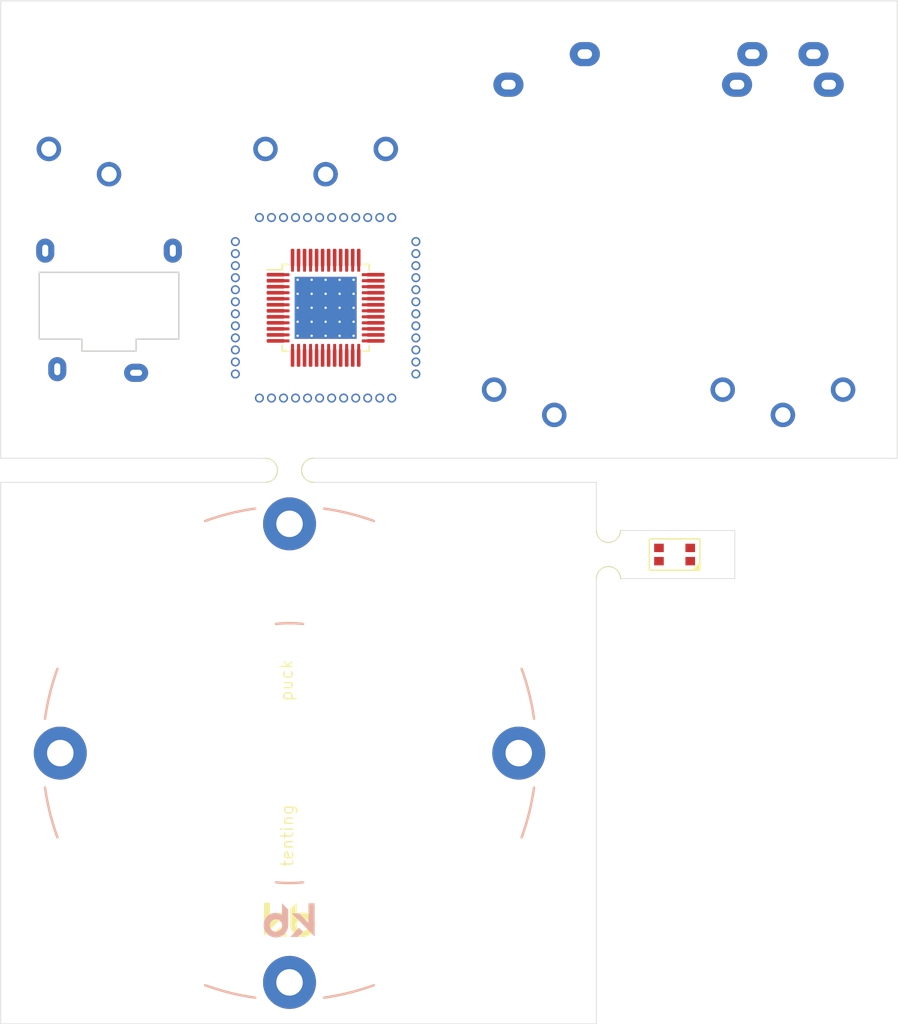
<source format=kicad_pcb>
(kicad_pcb (version 20171130) (host pcbnew 5.1.6)

  (general
    (thickness 1.6)
    (drawings 18)
    (tracks 0)
    (zones 0)
    (modules 12)
    (nets 1)
  )

  (page A4)
  (layers
    (0 F.Cu signal)
    (31 B.Cu signal)
    (32 B.Adhes user)
    (33 F.Adhes user)
    (34 B.Paste user)
    (35 F.Paste user)
    (36 B.SilkS user)
    (37 F.SilkS user)
    (38 B.Mask user)
    (39 F.Mask user)
    (40 Dwgs.User user)
    (41 Cmts.User user)
    (42 Eco1.User user)
    (43 Eco2.User user)
    (44 Edge.Cuts user)
    (45 Margin user)
    (46 B.CrtYd user)
    (47 F.CrtYd user)
    (48 B.Fab user)
    (49 F.Fab user)
  )

  (setup
    (last_trace_width 0.25)
    (trace_clearance 0.2)
    (zone_clearance 0.508)
    (zone_45_only no)
    (trace_min 0.2)
    (via_size 0.8)
    (via_drill 0.4)
    (via_min_size 0.4)
    (via_min_drill 0.3)
    (uvia_size 0.3)
    (uvia_drill 0.1)
    (uvias_allowed no)
    (uvia_min_size 0.2)
    (uvia_min_drill 0.1)
    (edge_width 0.05)
    (segment_width 0.2)
    (pcb_text_width 0.3)
    (pcb_text_size 1.5 1.5)
    (mod_edge_width 0.12)
    (mod_text_size 1 1)
    (mod_text_width 0.15)
    (pad_size 1.524 1.524)
    (pad_drill 0.762)
    (pad_to_mask_clearance 0.05)
    (aux_axis_origin 0 0)
    (visible_elements FFFFFF7F)
    (pcbplotparams
      (layerselection 0x010fc_ffffffff)
      (usegerberextensions false)
      (usegerberattributes true)
      (usegerberadvancedattributes true)
      (creategerberjobfile true)
      (excludeedgelayer true)
      (linewidth 0.100000)
      (plotframeref false)
      (viasonmask false)
      (mode 1)
      (useauxorigin false)
      (hpglpennumber 1)
      (hpglpenspeed 20)
      (hpglpendiameter 15.000000)
      (psnegative false)
      (psa4output false)
      (plotreference true)
      (plotvalue true)
      (plotinvisibletext false)
      (padsonsilk false)
      (subtractmaskfromsilk false)
      (outputformat 1)
      (mirror false)
      (drillshape 1)
      (scaleselection 1)
      (outputdirectory ""))
  )

  (net 0 "")

  (net_class Default "This is the default net class."
    (clearance 0.2)
    (trace_width 0.25)
    (via_dia 0.8)
    (via_drill 0.4)
    (uvia_dia 0.3)
    (uvia_drill 0.1)
  )

  (module breakout_pins:Dual_MCU_QFP_QFN_48_with_breakout_pins (layer F.Cu) (tedit 5F881FD3) (tstamp 5F887285)
    (at 39 38)
    (fp_text reference REF** (at 0 0.5) (layer F.SilkS) hide
      (effects (font (size 1 1) (thickness 0.15)))
    )
    (fp_text value Dual_MCU_QFP_QFN_48_with_breakout_pins (at 0 9) (layer F.Fab)
      (effects (font (size 1 1) (thickness 0.15)))
    )
    (fp_text user %R (at 0 0) (layer F.Fab)
      (effects (font (size 1 1) (thickness 0.15)))
    )
    (fp_line (start 3.5 3.5) (end -3.5 3.5) (layer F.Fab) (width 0.1))
    (fp_line (start -3.135 3.61) (end -3.61 3.61) (layer F.SilkS) (width 0.12))
    (fp_line (start -3.5 -2.5) (end -2.5 -3.5) (layer F.Fab) (width 0.1))
    (fp_line (start -3.61 3.61) (end -3.61 3.135) (layer F.SilkS) (width 0.12))
    (fp_line (start 3.135 -3.61) (end 3.61 -3.61) (layer F.SilkS) (width 0.12))
    (fp_line (start -3.135 -3.61) (end -3.61 -3.61) (layer F.SilkS) (width 0.12))
    (fp_line (start -2.5 -3.5) (end 3.5 -3.5) (layer F.Fab) (width 0.1))
    (fp_line (start 3.5 -3.5) (end 3.5 3.5) (layer F.Fab) (width 0.1))
    (fp_line (start 3.61 3.61) (end 3.61 3.135) (layer F.SilkS) (width 0.12))
    (fp_line (start 3.61 -3.61) (end 3.61 -3.135) (layer F.SilkS) (width 0.12))
    (fp_line (start 3.135 3.61) (end 3.61 3.61) (layer F.SilkS) (width 0.12))
    (fp_line (start -3.5 3.5) (end -3.5 -2.5) (layer F.Fab) (width 0.1))
    (fp_line (start 3.5 3.5) (end -3.5 3.5) (layer F.Fab) (width 0.1))
    (fp_line (start -3.75 3.15) (end -5.15 3.15) (layer F.CrtYd) (width 0.05))
    (fp_line (start -5.15 3.15) (end -5.15 0) (layer F.CrtYd) (width 0.05))
    (fp_line (start 3.5 -3.5) (end 3.5 3.5) (layer F.Fab) (width 0.1))
    (fp_line (start 0 5.15) (end 3.15 5.15) (layer F.CrtYd) (width 0.05))
    (fp_line (start 3.61 -3.61) (end 3.61 -3.16) (layer F.SilkS) (width 0.12))
    (fp_line (start -3.15 3.75) (end -3.75 3.75) (layer F.CrtYd) (width 0.05))
    (fp_line (start -3.75 -3.15) (end -5.15 -3.15) (layer F.CrtYd) (width 0.05))
    (fp_line (start -3.61 3.61) (end -3.61 3.16) (layer F.SilkS) (width 0.12))
    (fp_line (start -3.15 -3.75) (end -3.75 -3.75) (layer F.CrtYd) (width 0.05))
    (fp_line (start 5.15 -3.15) (end 5.15 0) (layer F.CrtYd) (width 0.05))
    (fp_line (start 3.15 3.75) (end 3.75 3.75) (layer F.CrtYd) (width 0.05))
    (fp_line (start 0 5.15) (end -3.15 5.15) (layer F.CrtYd) (width 0.05))
    (fp_line (start -3.75 -3.75) (end -3.75 -3.15) (layer F.CrtYd) (width 0.05))
    (fp_line (start 3.75 3.75) (end 3.75 3.15) (layer F.CrtYd) (width 0.05))
    (fp_line (start 3.61 3.61) (end 3.61 3.16) (layer F.SilkS) (width 0.12))
    (fp_line (start -3.5 -2.5) (end -2.5 -3.5) (layer F.Fab) (width 0.1))
    (fp_line (start 3.75 -3.15) (end 5.15 -3.15) (layer F.CrtYd) (width 0.05))
    (fp_line (start -3.15 5.15) (end -3.15 3.75) (layer F.CrtYd) (width 0.05))
    (fp_line (start -3.16 -3.61) (end -3.61 -3.61) (layer F.SilkS) (width 0.12))
    (fp_line (start 3.16 3.61) (end 3.61 3.61) (layer F.SilkS) (width 0.12))
    (fp_line (start 5.15 3.15) (end 5.15 0) (layer F.CrtYd) (width 0.05))
    (fp_line (start 3.15 -5.15) (end 3.15 -3.75) (layer F.CrtYd) (width 0.05))
    (fp_line (start -3.5 3.5) (end -3.5 -2.5) (layer F.Fab) (width 0.1))
    (fp_line (start -3.16 3.61) (end -3.61 3.61) (layer F.SilkS) (width 0.12))
    (fp_line (start 3.75 3.15) (end 5.15 3.15) (layer F.CrtYd) (width 0.05))
    (fp_line (start 3.15 5.15) (end 3.15 3.75) (layer F.CrtYd) (width 0.05))
    (fp_line (start 3.16 -3.61) (end 3.61 -3.61) (layer F.SilkS) (width 0.12))
    (fp_line (start -5.15 -3.15) (end -5.15 0) (layer F.CrtYd) (width 0.05))
    (fp_line (start -3.61 -3.16) (end -4.9 -3.16) (layer F.SilkS) (width 0.12))
    (fp_line (start 3.75 -3.75) (end 3.75 -3.15) (layer F.CrtYd) (width 0.05))
    (fp_line (start 0 -5.15) (end 3.15 -5.15) (layer F.CrtYd) (width 0.05))
    (fp_line (start -3.15 -5.15) (end -3.15 -3.75) (layer F.CrtYd) (width 0.05))
    (fp_line (start -3.75 3.75) (end -3.75 3.15) (layer F.CrtYd) (width 0.05))
    (fp_line (start -3.61 -3.61) (end -3.61 -3.16) (layer F.SilkS) (width 0.12))
    (fp_line (start -2.5 -3.5) (end 3.5 -3.5) (layer F.Fab) (width 0.1))
    (fp_line (start 0 -5.15) (end -3.15 -5.15) (layer F.CrtYd) (width 0.05))
    (fp_line (start 3.15 -3.75) (end 3.75 -3.75) (layer F.CrtYd) (width 0.05))
    (pad 1 thru_hole circle (at -7.5 -5.5 270) (size 0.75 0.75) (drill 0.5) (layers *.Cu *.Mask))
    (pad 2 thru_hole circle (at -7.5 -4.5 270) (size 0.75 0.75) (drill 0.5) (layers *.Cu *.Mask))
    (pad 3 thru_hole circle (at -7.5 -3.5 270) (size 0.75 0.75) (drill 0.5) (layers *.Cu *.Mask))
    (pad 4 thru_hole circle (at -7.5 -2.5 270) (size 0.75 0.75) (drill 0.5) (layers *.Cu *.Mask))
    (pad 5 thru_hole circle (at -7.5 -1.5 270) (size 0.75 0.75) (drill 0.5) (layers *.Cu *.Mask))
    (pad 6 thru_hole circle (at -7.5 -0.5 270) (size 0.75 0.75) (drill 0.5) (layers *.Cu *.Mask))
    (pad 7 thru_hole circle (at -7.5 0.5 270) (size 0.75 0.75) (drill 0.5) (layers *.Cu *.Mask))
    (pad 8 thru_hole circle (at -7.5 1.5 270) (size 0.75 0.75) (drill 0.5) (layers *.Cu *.Mask))
    (pad 9 thru_hole circle (at -7.5 2.5 270) (size 0.75 0.75) (drill 0.5) (layers *.Cu *.Mask))
    (pad 10 thru_hole circle (at -7.5 3.5 270) (size 0.75 0.75) (drill 0.5) (layers *.Cu *.Mask))
    (pad 11 thru_hole circle (at -7.5 4.5 270) (size 0.75 0.75) (drill 0.5) (layers *.Cu *.Mask))
    (pad 12 thru_hole circle (at -7.5 5.5 270) (size 0.75 0.75) (drill 0.5) (layers *.Cu *.Mask))
    (pad 13 thru_hole circle (at -5.5 7.5 270) (size 0.75 0.75) (drill 0.5) (layers *.Cu *.Mask))
    (pad 14 thru_hole circle (at -4.5 7.5 270) (size 0.75 0.75) (drill 0.5) (layers *.Cu *.Mask))
    (pad 15 thru_hole circle (at -3.5 7.5 270) (size 0.75 0.75) (drill 0.5) (layers *.Cu *.Mask))
    (pad 16 thru_hole circle (at -2.5 7.5 270) (size 0.75 0.75) (drill 0.5) (layers *.Cu *.Mask))
    (pad 17 thru_hole circle (at -1.5 7.5 270) (size 0.75 0.75) (drill 0.5) (layers *.Cu *.Mask))
    (pad 18 thru_hole circle (at -0.5 7.5 270) (size 0.75 0.75) (drill 0.5) (layers *.Cu *.Mask))
    (pad 19 thru_hole circle (at 0.5 7.5 270) (size 0.75 0.75) (drill 0.5) (layers *.Cu *.Mask))
    (pad 20 thru_hole circle (at 1.5 7.5 270) (size 0.75 0.75) (drill 0.5) (layers *.Cu *.Mask))
    (pad 21 thru_hole circle (at 2.5 7.5 270) (size 0.75 0.75) (drill 0.5) (layers *.Cu *.Mask))
    (pad 22 thru_hole circle (at 3.5 7.5 270) (size 0.75 0.75) (drill 0.5) (layers *.Cu *.Mask))
    (pad 23 thru_hole circle (at 4.5 7.5 270) (size 0.75 0.75) (drill 0.5) (layers *.Cu *.Mask))
    (pad 24 thru_hole circle (at 5.5 7.5 270) (size 0.75 0.75) (drill 0.5) (layers *.Cu *.Mask))
    (pad 25 thru_hole circle (at 7.5 5.5 270) (size 0.75 0.75) (drill 0.5) (layers *.Cu *.Mask))
    (pad 26 thru_hole circle (at 7.5 4.5 270) (size 0.75 0.75) (drill 0.5) (layers *.Cu *.Mask))
    (pad 27 thru_hole circle (at 7.5 3.5 270) (size 0.75 0.75) (drill 0.5) (layers *.Cu *.Mask))
    (pad 28 thru_hole circle (at 7.5 2.5 270) (size 0.75 0.75) (drill 0.5) (layers *.Cu *.Mask))
    (pad 29 thru_hole circle (at 7.5 1.5 270) (size 0.75 0.75) (drill 0.5) (layers *.Cu *.Mask))
    (pad 30 thru_hole circle (at 7.5 0.5 270) (size 0.75 0.75) (drill 0.5) (layers *.Cu *.Mask))
    (pad 31 thru_hole circle (at 7.5 -0.5 270) (size 0.75 0.75) (drill 0.5) (layers *.Cu *.Mask))
    (pad 32 thru_hole circle (at 7.5 -1.5 270) (size 0.75 0.75) (drill 0.5) (layers *.Cu *.Mask))
    (pad 33 thru_hole circle (at 7.5 -2.5 270) (size 0.75 0.75) (drill 0.5) (layers *.Cu *.Mask))
    (pad 34 thru_hole circle (at 7.5 -3.5 270) (size 0.75 0.75) (drill 0.5) (layers *.Cu *.Mask))
    (pad 35 thru_hole circle (at 7.5 -4.5 270) (size 0.75 0.75) (drill 0.5) (layers *.Cu *.Mask))
    (pad 36 thru_hole circle (at 7.5 -5.5 270) (size 0.75 0.75) (drill 0.5) (layers *.Cu *.Mask))
    (pad 37 thru_hole circle (at 5.5 -7.5 270) (size 0.75 0.75) (drill 0.5) (layers *.Cu *.Mask))
    (pad 38 thru_hole circle (at 4.5 -7.5 270) (size 0.75 0.75) (drill 0.5) (layers *.Cu *.Mask))
    (pad 39 thru_hole circle (at 3.5 -7.5 270) (size 0.75 0.75) (drill 0.5) (layers *.Cu *.Mask))
    (pad 40 thru_hole circle (at 2.5 -7.5 270) (size 0.75 0.75) (drill 0.5) (layers *.Cu *.Mask))
    (pad 41 thru_hole circle (at 1.5 -7.5 270) (size 0.75 0.75) (drill 0.5) (layers *.Cu *.Mask))
    (pad 42 thru_hole circle (at 0.5 -7.5 270) (size 0.75 0.75) (drill 0.5) (layers *.Cu *.Mask))
    (pad 43 thru_hole circle (at -0.5 -7.5 270) (size 0.75 0.75) (drill 0.5) (layers *.Cu *.Mask))
    (pad 44 thru_hole circle (at -1.5 -7.5 270) (size 0.75 0.75) (drill 0.5) (layers *.Cu *.Mask))
    (pad 45 thru_hole circle (at -2.5 -7.5 270) (size 0.75 0.75) (drill 0.5) (layers *.Cu *.Mask))
    (pad 46 thru_hole circle (at -3.5 -7.5 270) (size 0.75 0.75) (drill 0.5) (layers *.Cu *.Mask))
    (pad 47 thru_hole circle (at -4.5 -7.5 270) (size 0.75 0.75) (drill 0.5) (layers *.Cu *.Mask))
    (pad 48 thru_hole circle (at -5.5 -7.5 270) (size 0.75 0.75) (drill 0.5) (layers *.Cu *.Mask))
    (pad 44 smd roundrect (at -0.75 -4.1625) (size 0.3 1.475) (layers F.Cu F.Paste F.Mask) (roundrect_rratio 0.25))
    (pad 32 smd roundrect (at 4.1625 -0.75) (size 1.475 0.3) (layers F.Cu F.Paste F.Mask) (roundrect_rratio 0.25))
    (pad 42 smd roundrect (at 0.25 -4.1625) (size 0.3 1.475) (layers F.Cu F.Paste F.Mask) (roundrect_rratio 0.25))
    (pad 24 smd roundrect (at 2.75 4.1625) (size 0.3 1.475) (layers F.Cu F.Paste F.Mask) (roundrect_rratio 0.25))
    (pad 46 smd roundrect (at -1.75 -4.1625) (size 0.3 1.475) (layers F.Cu F.Paste F.Mask) (roundrect_rratio 0.25))
    (pad 1 smd roundrect (at -4.1625 -2.75) (size 1.475 0.3) (layers F.Cu F.Paste F.Mask) (roundrect_rratio 0.25))
    (pad 6 smd roundrect (at -4.1625 -0.25) (size 1.475 0.3) (layers F.Cu F.Paste F.Mask) (roundrect_rratio 0.25))
    (pad 43 smd roundrect (at -0.25 -4.1625) (size 0.3 1.475) (layers F.Cu F.Paste F.Mask) (roundrect_rratio 0.25))
    (pad 41 smd roundrect (at 0.75 -4.1625) (size 0.3 1.475) (layers F.Cu F.Paste F.Mask) (roundrect_rratio 0.25))
    (pad 21 smd roundrect (at 1.25 4.1625) (size 0.3 1.475) (layers F.Cu F.Paste F.Mask) (roundrect_rratio 0.25))
    (pad 10 smd roundrect (at -4.1625 1.75) (size 1.475 0.3) (layers F.Cu F.Paste F.Mask) (roundrect_rratio 0.25))
    (pad 14 smd roundrect (at -2.25 4.1625) (size 0.3 1.475) (layers F.Cu F.Paste F.Mask) (roundrect_rratio 0.25))
    (pad 3 smd roundrect (at -4.1625 -1.75) (size 1.475 0.3) (layers F.Cu F.Paste F.Mask) (roundrect_rratio 0.25))
    (pad 15 smd roundrect (at -1.75 4.1625) (size 0.3 1.475) (layers F.Cu F.Paste F.Mask) (roundrect_rratio 0.25))
    (pad 45 smd roundrect (at -1.25 -4.1625) (size 0.3 1.475) (layers F.Cu F.Paste F.Mask) (roundrect_rratio 0.25))
    (pad 19 smd roundrect (at 0.25 4.1625) (size 0.3 1.475) (layers F.Cu F.Paste F.Mask) (roundrect_rratio 0.25))
    (pad 37 smd roundrect (at 2.75 -4.1625) (size 0.3 1.475) (layers F.Cu F.Paste F.Mask) (roundrect_rratio 0.25))
    (pad 48 smd roundrect (at -2.75 -4.1625) (size 0.3 1.475) (layers F.Cu F.Paste F.Mask) (roundrect_rratio 0.25))
    (pad 38 smd roundrect (at 2.25 -4.1625) (size 0.3 1.475) (layers F.Cu F.Paste F.Mask) (roundrect_rratio 0.25))
    (pad 33 smd roundrect (at 4.1625 -1.25) (size 1.475 0.3) (layers F.Cu F.Paste F.Mask) (roundrect_rratio 0.25))
    (pad 20 smd roundrect (at 0.75 4.1625) (size 0.3 1.475) (layers F.Cu F.Paste F.Mask) (roundrect_rratio 0.25))
    (pad 25 smd roundrect (at 4.1625 2.75) (size 1.475 0.3) (layers F.Cu F.Paste F.Mask) (roundrect_rratio 0.25))
    (pad 31 smd roundrect (at 4.1625 -0.25) (size 1.475 0.3) (layers F.Cu F.Paste F.Mask) (roundrect_rratio 0.25))
    (pad 26 smd roundrect (at 4.1625 2.25) (size 1.475 0.3) (layers F.Cu F.Paste F.Mask) (roundrect_rratio 0.25))
    (pad 40 smd roundrect (at 1.25 -4.1625) (size 0.3 1.475) (layers F.Cu F.Paste F.Mask) (roundrect_rratio 0.25))
    (pad 27 smd roundrect (at 4.1625 1.75) (size 1.475 0.3) (layers F.Cu F.Paste F.Mask) (roundrect_rratio 0.25))
    (pad 5 smd roundrect (at -4.1625 -0.75) (size 1.475 0.3) (layers F.Cu F.Paste F.Mask) (roundrect_rratio 0.25))
    (pad 39 smd roundrect (at 1.75 -4.1625) (size 0.3 1.475) (layers F.Cu F.Paste F.Mask) (roundrect_rratio 0.25))
    (pad 17 smd roundrect (at -0.75 4.1625) (size 0.3 1.475) (layers F.Cu F.Paste F.Mask) (roundrect_rratio 0.25))
    (pad 18 smd roundrect (at -0.25 4.1625) (size 0.3 1.475) (layers F.Cu F.Paste F.Mask) (roundrect_rratio 0.25))
    (pad 36 smd roundrect (at 4.1625 -2.75) (size 1.475 0.3) (layers F.Cu F.Paste F.Mask) (roundrect_rratio 0.25))
    (pad 47 smd roundrect (at -2.25 -4.1625) (size 0.3 1.475) (layers F.Cu F.Paste F.Mask) (roundrect_rratio 0.25))
    (pad 30 smd roundrect (at 4.1625 0.25) (size 1.475 0.3) (layers F.Cu F.Paste F.Mask) (roundrect_rratio 0.25))
    (pad 28 smd roundrect (at 4.1625 1.25) (size 1.475 0.3) (layers F.Cu F.Paste F.Mask) (roundrect_rratio 0.25))
    (pad 22 smd roundrect (at 1.75 4.1625) (size 0.3 1.475) (layers F.Cu F.Paste F.Mask) (roundrect_rratio 0.25))
    (pad 7 smd roundrect (at -4.1625 0.25) (size 1.475 0.3) (layers F.Cu F.Paste F.Mask) (roundrect_rratio 0.25))
    (pad 23 smd roundrect (at 2.25 4.1625) (size 0.3 1.475) (layers F.Cu F.Paste F.Mask) (roundrect_rratio 0.25))
    (pad 12 smd roundrect (at -4.1625 2.75) (size 1.475 0.3) (layers F.Cu F.Paste F.Mask) (roundrect_rratio 0.25))
    (pad 2 smd roundrect (at -4.1625 -2.25) (size 1.475 0.3) (layers F.Cu F.Paste F.Mask) (roundrect_rratio 0.25))
    (pad 13 smd roundrect (at -2.75 4.1625) (size 0.3 1.475) (layers F.Cu F.Paste F.Mask) (roundrect_rratio 0.25))
    (pad 9 smd roundrect (at -4.1625 1.25) (size 1.475 0.3) (layers F.Cu F.Paste F.Mask) (roundrect_rratio 0.25))
    (pad 29 smd roundrect (at 4.1625 0.75) (size 1.475 0.3) (layers F.Cu F.Paste F.Mask) (roundrect_rratio 0.25))
    (pad 16 smd roundrect (at -1.25 4.1625) (size 0.3 1.475) (layers F.Cu F.Paste F.Mask) (roundrect_rratio 0.25))
    (pad 11 smd roundrect (at -4.1625 2.25) (size 1.475 0.3) (layers F.Cu F.Paste F.Mask) (roundrect_rratio 0.25))
    (pad 34 smd roundrect (at 4.1625 -1.75) (size 1.475 0.3) (layers F.Cu F.Paste F.Mask) (roundrect_rratio 0.25))
    (pad 35 smd roundrect (at 4.1625 -2.25) (size 1.475 0.3) (layers F.Cu F.Paste F.Mask) (roundrect_rratio 0.25))
    (pad 8 smd roundrect (at -4.1625 0.75) (size 1.475 0.3) (layers F.Cu F.Paste F.Mask) (roundrect_rratio 0.25))
    (pad 4 smd roundrect (at -4.1625 -1.25) (size 1.475 0.3) (layers F.Cu F.Paste F.Mask) (roundrect_rratio 0.25))
    (pad 15 smd roundrect (at -1.75 3.4375) (size 0.25 0.875) (layers F.Cu F.Paste F.Mask) (roundrect_rratio 0.25))
    (pad 10 smd roundrect (at -3.4375 1.75) (size 0.875 0.25) (layers F.Cu F.Paste F.Mask) (roundrect_rratio 0.25))
    (pad 46 smd roundrect (at -1.75 -3.4375) (size 0.25 0.875) (layers F.Cu F.Paste F.Mask) (roundrect_rratio 0.25))
    (pad 49 thru_hole circle (at -1.1625 2.325) (size 0.5 0.5) (drill 0.2) (layers *.Cu))
    (pad 49 thru_hole circle (at 0 1.1625) (size 0.5 0.5) (drill 0.2) (layers *.Cu))
    (pad 8 smd roundrect (at -3.4375 0.75) (size 0.875 0.25) (layers F.Cu F.Paste F.Mask) (roundrect_rratio 0.25))
    (pad "" smd roundrect (at 1.74375 -1.74375) (size 0.997293 0.997293) (layers F.Paste) (roundrect_rratio 0.25))
    (pad 48 smd roundrect (at -2.75 -3.4375) (size 0.25 0.875) (layers F.Cu F.Paste F.Mask) (roundrect_rratio 0.25))
    (pad 43 smd roundrect (at -0.25 -3.4375) (size 0.25 0.875) (layers F.Cu F.Paste F.Mask) (roundrect_rratio 0.25))
    (pad 9 smd roundrect (at -3.4375 1.25) (size 0.875 0.25) (layers F.Cu F.Paste F.Mask) (roundrect_rratio 0.25))
    (pad 49 thru_hole circle (at 0 -1.1625) (size 0.5 0.5) (drill 0.2) (layers *.Cu))
    (pad 18 smd roundrect (at -0.25 3.4375) (size 0.25 0.875) (layers F.Cu F.Paste F.Mask) (roundrect_rratio 0.25))
    (pad 35 smd roundrect (at 3.4375 -2.25) (size 0.875 0.25) (layers F.Cu F.Paste F.Mask) (roundrect_rratio 0.25))
    (pad 7 smd roundrect (at -3.4375 0.25) (size 0.875 0.25) (layers F.Cu F.Paste F.Mask) (roundrect_rratio 0.25))
    (pad 49 thru_hole circle (at -1.1625 1.1625) (size 0.5 0.5) (drill 0.2) (layers *.Cu))
    (pad 49 thru_hole circle (at 2.325 -2.325) (size 0.5 0.5) (drill 0.2) (layers *.Cu))
    (pad "" smd roundrect (at 0.58125 0.58125) (size 0.997293 0.997293) (layers F.Paste) (roundrect_rratio 0.25))
    (pad "" smd roundrect (at 0.58125 1.74375) (size 0.997293 0.997293) (layers F.Paste) (roundrect_rratio 0.25))
    (pad "" smd roundrect (at -0.58125 1.74375) (size 0.997293 0.997293) (layers F.Paste) (roundrect_rratio 0.25))
    (pad 49 thru_hole circle (at 0 0) (size 0.5 0.5) (drill 0.2) (layers *.Cu))
    (pad 49 thru_hole circle (at 1.1625 0) (size 0.5 0.5) (drill 0.2) (layers *.Cu))
    (pad 2 smd roundrect (at -3.4375 -2.25) (size 0.875 0.25) (layers F.Cu F.Paste F.Mask) (roundrect_rratio 0.25))
    (pad 47 smd roundrect (at -2.25 -3.4375) (size 0.25 0.875) (layers F.Cu F.Paste F.Mask) (roundrect_rratio 0.25))
    (pad 22 smd roundrect (at 1.75 3.4375) (size 0.25 0.875) (layers F.Cu F.Paste F.Mask) (roundrect_rratio 0.25))
    (pad 30 smd roundrect (at 3.4375 0.25) (size 0.875 0.25) (layers F.Cu F.Paste F.Mask) (roundrect_rratio 0.25))
    (pad 28 smd roundrect (at 3.4375 1.25) (size 0.875 0.25) (layers F.Cu F.Paste F.Mask) (roundrect_rratio 0.25))
    (pad 23 smd roundrect (at 2.25 3.4375) (size 0.25 0.875) (layers F.Cu F.Paste F.Mask) (roundrect_rratio 0.25))
    (pad 20 smd roundrect (at 0.75 3.4375) (size 0.25 0.875) (layers F.Cu F.Paste F.Mask) (roundrect_rratio 0.25))
    (pad 16 smd roundrect (at -1.25 3.4375) (size 0.25 0.875) (layers F.Cu F.Paste F.Mask) (roundrect_rratio 0.25))
    (pad 17 smd roundrect (at -0.75 3.4375) (size 0.25 0.875) (layers F.Cu F.Paste F.Mask) (roundrect_rratio 0.25))
    (pad 40 smd roundrect (at 1.25 -3.4375) (size 0.25 0.875) (layers F.Cu F.Paste F.Mask) (roundrect_rratio 0.25))
    (pad 49 smd rect (at 0 0) (size 5.15 5.15) (layers B.Cu))
    (pad 49 thru_hole circle (at 2.325 0) (size 0.5 0.5) (drill 0.2) (layers *.Cu))
    (pad 49 thru_hole circle (at -1.1625 -1.1625) (size 0.5 0.5) (drill 0.2) (layers *.Cu))
    (pad "" smd roundrect (at 0.58125 -0.58125) (size 0.997293 0.997293) (layers F.Paste) (roundrect_rratio 0.25))
    (pad "" smd roundrect (at 1.74375 0.58125) (size 0.997293 0.997293) (layers F.Paste) (roundrect_rratio 0.25))
    (pad "" smd roundrect (at -1.74375 -1.74375) (size 0.997293 0.997293) (layers F.Paste) (roundrect_rratio 0.25))
    (pad 49 thru_hole circle (at 1.1625 2.325) (size 0.5 0.5) (drill 0.2) (layers *.Cu))
    (pad 49 thru_hole circle (at -2.325 -2.325) (size 0.5 0.5) (drill 0.2) (layers *.Cu))
    (pad 42 smd roundrect (at 0.25 -3.4375) (size 0.25 0.875) (layers F.Cu F.Paste F.Mask) (roundrect_rratio 0.25))
    (pad 49 thru_hole circle (at -2.325 2.325) (size 0.5 0.5) (drill 0.2) (layers *.Cu))
    (pad 49 thru_hole circle (at 2.325 1.1625) (size 0.5 0.5) (drill 0.2) (layers *.Cu))
    (pad 49 thru_hole circle (at 1.1625 -2.325) (size 0.5 0.5) (drill 0.2) (layers *.Cu))
    (pad 49 thru_hole circle (at 2.325 -1.1625) (size 0.5 0.5) (drill 0.2) (layers *.Cu))
    (pad 45 smd roundrect (at -1.25 -3.4375) (size 0.25 0.875) (layers F.Cu F.Paste F.Mask) (roundrect_rratio 0.25))
    (pad 6 smd roundrect (at -3.4375 -0.25) (size 0.875 0.25) (layers F.Cu F.Paste F.Mask) (roundrect_rratio 0.25))
    (pad 49 thru_hole circle (at -2.325 0) (size 0.5 0.5) (drill 0.2) (layers *.Cu))
    (pad 13 smd roundrect (at -2.75 3.4375) (size 0.25 0.875) (layers F.Cu F.Paste F.Mask) (roundrect_rratio 0.25))
    (pad 5 smd roundrect (at -3.4375 -0.75) (size 0.875 0.25) (layers F.Cu F.Paste F.Mask) (roundrect_rratio 0.25))
    (pad "" smd roundrect (at -1.74375 0.58125) (size 0.997293 0.997293) (layers F.Paste) (roundrect_rratio 0.25))
    (pad 31 smd roundrect (at 3.4375 -0.25) (size 0.875 0.25) (layers F.Cu F.Paste F.Mask) (roundrect_rratio 0.25))
    (pad "" smd roundrect (at 0.58125 -1.74375) (size 0.997293 0.997293) (layers F.Paste) (roundrect_rratio 0.25))
    (pad 49 smd rect (at 0 0) (size 5.15 5.15) (layers F.Cu F.Mask))
    (pad 24 smd roundrect (at 2.75 3.4375) (size 0.25 0.875) (layers F.Cu F.Paste F.Mask) (roundrect_rratio 0.25))
    (pad "" smd roundrect (at -0.58125 -1.74375) (size 0.997293 0.997293) (layers F.Paste) (roundrect_rratio 0.25))
    (pad "" smd roundrect (at -0.58125 0.58125) (size 0.997293 0.997293) (layers F.Paste) (roundrect_rratio 0.25))
    (pad 25 smd roundrect (at 3.4375 2.75) (size 0.875 0.25) (layers F.Cu F.Paste F.Mask) (roundrect_rratio 0.25))
    (pad 3 smd roundrect (at -3.4375 -1.75) (size 0.875 0.25) (layers F.Cu F.Paste F.Mask) (roundrect_rratio 0.25))
    (pad 49 thru_hole circle (at 0 -2.325) (size 0.5 0.5) (drill 0.2) (layers *.Cu))
    (pad 34 smd roundrect (at 3.4375 -1.75) (size 0.875 0.25) (layers F.Cu F.Paste F.Mask) (roundrect_rratio 0.25))
    (pad 44 smd roundrect (at -0.75 -3.4375) (size 0.25 0.875) (layers F.Cu F.Paste F.Mask) (roundrect_rratio 0.25))
    (pad 26 smd roundrect (at 3.4375 2.25) (size 0.875 0.25) (layers F.Cu F.Paste F.Mask) (roundrect_rratio 0.25))
    (pad 21 smd roundrect (at 1.25 3.4375) (size 0.25 0.875) (layers F.Cu F.Paste F.Mask) (roundrect_rratio 0.25))
    (pad "" smd roundrect (at 1.74375 -0.58125) (size 0.997293 0.997293) (layers F.Paste) (roundrect_rratio 0.25))
    (pad 39 smd roundrect (at 1.75 -3.4375) (size 0.25 0.875) (layers F.Cu F.Paste F.Mask) (roundrect_rratio 0.25))
    (pad 32 smd roundrect (at 3.4375 -0.75) (size 0.875 0.25) (layers F.Cu F.Paste F.Mask) (roundrect_rratio 0.25))
    (pad 33 smd roundrect (at 3.4375 -1.25) (size 0.875 0.25) (layers F.Cu F.Paste F.Mask) (roundrect_rratio 0.25))
    (pad 37 smd roundrect (at 2.75 -3.4375) (size 0.25 0.875) (layers F.Cu F.Paste F.Mask) (roundrect_rratio 0.25))
    (pad 19 smd roundrect (at 0.25 3.4375) (size 0.25 0.875) (layers F.Cu F.Paste F.Mask) (roundrect_rratio 0.25))
    (pad 11 smd roundrect (at -3.4375 2.25) (size 0.875 0.25) (layers F.Cu F.Paste F.Mask) (roundrect_rratio 0.25))
    (pad 14 smd roundrect (at -2.25 3.4375) (size 0.25 0.875) (layers F.Cu F.Paste F.Mask) (roundrect_rratio 0.25))
    (pad 49 thru_hole circle (at -1.1625 0) (size 0.5 0.5) (drill 0.2) (layers *.Cu))
    (pad 38 smd roundrect (at 2.25 -3.4375) (size 0.25 0.875) (layers F.Cu F.Paste F.Mask) (roundrect_rratio 0.25))
    (pad 49 thru_hole circle (at -2.325 1.1625) (size 0.5 0.5) (drill 0.2) (layers *.Cu))
    (pad 49 thru_hole circle (at 0 2.325) (size 0.5 0.5) (drill 0.2) (layers *.Cu))
    (pad 49 thru_hole circle (at -2.325 -1.1625) (size 0.5 0.5) (drill 0.2) (layers *.Cu))
    (pad 12 smd roundrect (at -3.4375 2.75) (size 0.875 0.25) (layers F.Cu F.Paste F.Mask) (roundrect_rratio 0.25))
    (pad 49 thru_hole circle (at 1.1625 1.1625) (size 0.5 0.5) (drill 0.2) (layers *.Cu))
    (pad 29 smd roundrect (at 3.4375 0.75) (size 0.875 0.25) (layers F.Cu F.Paste F.Mask) (roundrect_rratio 0.25))
    (pad "" smd roundrect (at -1.74375 -0.58125) (size 0.997293 0.997293) (layers F.Paste) (roundrect_rratio 0.25))
    (pad "" smd roundrect (at -0.58125 -0.58125) (size 0.997293 0.997293) (layers F.Paste) (roundrect_rratio 0.25))
    (pad 41 smd roundrect (at 0.75 -3.4375) (size 0.25 0.875) (layers F.Cu F.Paste F.Mask) (roundrect_rratio 0.25))
    (pad "" smd roundrect (at 1.74375 1.74375) (size 0.997293 0.997293) (layers F.Paste) (roundrect_rratio 0.25))
    (pad 36 smd roundrect (at 3.4375 -2.75) (size 0.875 0.25) (layers F.Cu F.Paste F.Mask) (roundrect_rratio 0.25))
    (pad 49 thru_hole circle (at 2.325 2.325) (size 0.5 0.5) (drill 0.2) (layers *.Cu))
    (pad 49 thru_hole circle (at -1.1625 -2.325) (size 0.5 0.5) (drill 0.2) (layers *.Cu))
    (pad 27 smd roundrect (at 3.4375 1.75) (size 0.875 0.25) (layers F.Cu F.Paste F.Mask) (roundrect_rratio 0.25))
    (pad 4 smd roundrect (at -3.4375 -1.25) (size 0.875 0.25) (layers F.Cu F.Paste F.Mask) (roundrect_rratio 0.25))
    (pad 49 thru_hole circle (at 1.1625 -1.1625) (size 0.5 0.5) (drill 0.2) (layers *.Cu))
    (pad 1 smd roundrect (at -3.4375 -2.75) (size 0.875 0.25) (layers F.Cu F.Paste F.Mask) (roundrect_rratio 0.25))
    (pad "" smd roundrect (at -1.74375 1.74375) (size 0.997293 0.997293) (layers F.Paste) (roundrect_rratio 0.25))
  )

  (module puck:Tenting_Puck (layer F.Cu) (tedit 5F8806E1) (tstamp 5F841911)
    (at 36 75)
    (fp_text reference REF** (at 7.6835 1.4605) (layer F.Fab)
      (effects (font (size 1 1) (thickness 0.15)))
    )
    (fp_text value "Tenting Puck" (at 8.0645 -2.8575) (layer F.Fab)
      (effects (font (size 1 1) (thickness 0.15)))
    )
    (fp_circle (center 0 0) (end 20.5 0) (layer F.CrtYd) (width 0.12))
    (fp_poly (pts (xy 1.584498 14.118044) (xy 0.781552 13.315344) (xy 0.493184 13.318438) (xy 0.204816 13.321531)
      (xy 1.05204 14.181668) (xy 1.169965 14.301391) (xy 1.284764 14.41794) (xy 1.395218 14.53008)
      (xy 1.50011 14.636573) (xy 1.598222 14.736184) (xy 1.688337 14.827677) (xy 1.769236 14.909814)
      (xy 1.839703 14.981359) (xy 1.898519 15.041077) (xy 1.944466 15.087731) (xy 1.976327 15.120084)
      (xy 1.990108 15.13408) (xy 2.080952 15.226356) (xy 2.080952 12.484486) (xy 1.584498 12.484486)
      (xy 1.584498 14.118044)) (layer B.SilkS) (width 0.01))
    (fp_poly (pts (xy -0.620536 12.983827) (xy -0.620728 13.088067) (xy -0.621217 13.184812) (xy -0.621967 13.271698)
      (xy -0.622943 13.34636) (xy -0.624112 13.406435) (xy -0.625439 13.449558) (xy -0.626888 13.473365)
      (xy -0.627796 13.477395) (xy -0.640227 13.471081) (xy -0.665073 13.454738) (xy -0.689207 13.437536)
      (xy -0.803904 13.366814) (xy -0.92612 13.31771) (xy -1.056503 13.290034) (xy -1.195704 13.283596)
      (xy -1.213516 13.284264) (xy -1.303151 13.290816) (xy -1.379634 13.302753) (xy -1.451286 13.322245)
      (xy -1.526424 13.351462) (xy -1.596275 13.384101) (xy -1.724208 13.459394) (xy -1.837128 13.551374)
      (xy -1.934022 13.658363) (xy -2.01388 13.778688) (xy -2.07569 13.910673) (xy -2.118442 14.052642)
      (xy -2.141123 14.202921) (xy -2.144684 14.292591) (xy -2.134393 14.445069) (xy -2.103037 14.589633)
      (xy -2.049892 14.728869) (xy -1.992637 14.835788) (xy -1.906925 14.956081) (xy -1.805312 15.06093)
      (xy -1.689979 15.149252) (xy -1.563104 15.219966) (xy -1.426868 15.271989) (xy -1.283449 15.304242)
      (xy -1.135028 15.315641) (xy -1.034782 15.311158) (xy -0.890174 15.286277) (xy -0.749606 15.240002)
      (xy -0.616433 15.174023) (xy -0.494013 15.090026) (xy -0.385701 14.9897) (xy -0.377307 14.980534)
      (xy -0.296176 14.876414) (xy -0.226484 14.758232) (xy -0.171318 14.632369) (xy -0.133765 14.505209)
      (xy -0.124896 14.458759) (xy -0.122283 14.430364) (xy -0.119938 14.380292) (xy -0.118469 14.329958)
      (xy -0.614807 14.329958) (xy -0.625379 14.427507) (xy -0.655811 14.521526) (xy -0.684465 14.575671)
      (xy -0.751399 14.663954) (xy -0.83088 14.734831) (xy -0.920312 14.787324) (xy -1.017098 14.820456)
      (xy -1.118639 14.83325) (xy -1.22234 14.824729) (xy -1.295167 14.805441) (xy -1.338164 14.789355)
      (xy -1.379069 14.771995) (xy -1.395236 14.764219) (xy -1.440522 14.733215) (xy -1.489845 14.687021)
      (xy -1.537902 14.631565) (xy -1.579387 14.572771) (xy -1.600875 14.534444) (xy -1.621056 14.490198)
      (xy -1.633701 14.45159) (xy -1.641058 14.409298) (xy -1.645376 14.353995) (xy -1.645658 14.348705)
      (xy -1.64229 14.24146) (xy -1.619434 14.143568) (xy -1.575782 14.050145) (xy -1.558012 14.021616)
      (xy -1.49347 13.943712) (xy -1.414653 13.881542) (xy -1.325017 13.836046) (xy -1.228018 13.808168)
      (xy -1.127114 13.798848) (xy -1.025762 13.80903) (xy -0.927416 13.839655) (xy -0.913413 13.845941)
      (xy -0.825461 13.89889) (xy -0.751471 13.967104) (xy -0.692428 14.04745) (xy -0.649315 14.136797)
      (xy -0.623113 14.23201) (xy -0.614807 14.329958) (xy -0.118469 14.329958) (xy -0.117885 14.309955)
      (xy -0.116146 14.220766) (xy -0.114743 14.114137) (xy -0.113699 13.991481) (xy -0.113035 13.854209)
      (xy -0.112774 13.703735) (xy -0.112771 13.691999) (xy -0.112684 13.000285) (xy -0.620388 12.490259)
      (xy -0.620536 12.983827)) (layer B.SilkS) (width 0.01))
    (fp_poly (pts (xy 0.777718 14.524575) (xy 0.755015 14.547438) (xy 0.720536 14.582969) (xy 0.676267 14.629061)
      (xy 0.6242 14.683607) (xy 0.566321 14.744501) (xy 0.504622 14.809636) (xy 0.441089 14.876906)
      (xy 0.377714 14.944204) (xy 0.316484 15.009423) (xy 0.259388 15.070458) (xy 0.208416 15.125201)
      (xy 0.165556 15.171546) (xy 0.132798 15.207386) (xy 0.11213 15.230615) (xy 0.109837 15.233306)
      (xy 0.081536 15.266941) (xy 0.70155 15.266941) (xy 0.8749 15.090872) (xy 0.928642 15.036129)
      (xy 0.978925 14.984616) (xy 1.022741 14.939436) (xy 1.057087 14.90369) (xy 1.078955 14.880481)
      (xy 1.082132 14.876989) (xy 1.116014 14.839174) (xy 0.954979 14.67783) (xy 0.905266 14.628375)
      (xy 0.861042 14.58505) (xy 0.824895 14.550337) (xy 0.799413 14.526717) (xy 0.787184 14.516669)
      (xy 0.786653 14.516486) (xy 0.777718 14.524575)) (layer B.SilkS) (width 0.01))
    (fp_poly (pts (xy 0.578279 12.94765) (xy 0.578471 13.05189) (xy 0.57896 13.148635) (xy 0.57971 13.235521)
      (xy 0.580686 13.310183) (xy 0.581855 13.370258) (xy 0.583182 13.413381) (xy 0.584631 13.437188)
      (xy 0.585539 13.441218) (xy 0.59797 13.434904) (xy 0.622816 13.418561) (xy 0.64695 13.401359)
      (xy 0.761647 13.330637) (xy 0.883863 13.281533) (xy 1.014246 13.253857) (xy 1.153447 13.247419)
      (xy 1.171259 13.248087) (xy 1.260894 13.254639) (xy 1.337377 13.266576) (xy 1.409029 13.286068)
      (xy 1.484167 13.315285) (xy 1.554018 13.347924) (xy 1.681951 13.423217) (xy 1.794871 13.515197)
      (xy 1.891765 13.622186) (xy 1.971623 13.742511) (xy 2.033433 13.874496) (xy 2.076185 14.016465)
      (xy 2.098866 14.166744) (xy 2.102427 14.256414) (xy 2.092136 14.408892) (xy 2.06078 14.553456)
      (xy 2.007635 14.692692) (xy 1.95038 14.799611) (xy 1.864668 14.919904) (xy 1.763055 15.024753)
      (xy 1.647722 15.113075) (xy 1.520847 15.183789) (xy 1.384611 15.235812) (xy 1.241192 15.268065)
      (xy 1.092771 15.279464) (xy 0.992525 15.274981) (xy 0.847917 15.2501) (xy 0.707349 15.203825)
      (xy 0.574176 15.137846) (xy 0.451756 15.053849) (xy 0.343444 14.953523) (xy 0.33505 14.944357)
      (xy 0.253919 14.840237) (xy 0.184227 14.722055) (xy 0.129061 14.596192) (xy 0.091508 14.469032)
      (xy 0.082639 14.422582) (xy 0.080026 14.394187) (xy 0.077681 14.344115) (xy 0.076212 14.293781)
      (xy 0.57255 14.293781) (xy 0.583122 14.39133) (xy 0.613554 14.485349) (xy 0.642208 14.539494)
      (xy 0.709142 14.627777) (xy 0.788623 14.698654) (xy 0.878055 14.751147) (xy 0.974841 14.784279)
      (xy 1.076382 14.797073) (xy 1.180083 14.788552) (xy 1.25291 14.769264) (xy 1.295907 14.753178)
      (xy 1.336812 14.735818) (xy 1.352979 14.728042) (xy 1.398265 14.697038) (xy 1.447588 14.650844)
      (xy 1.495645 14.595388) (xy 1.53713 14.536594) (xy 1.558618 14.498267) (xy 1.578799 14.454021)
      (xy 1.591444 14.415413) (xy 1.598801 14.373121) (xy 1.603119 14.317818) (xy 1.603401 14.312528)
      (xy 1.600033 14.205283) (xy 1.577177 14.107391) (xy 1.533525 14.013968) (xy 1.515755 13.985439)
      (xy 1.451213 13.907535) (xy 1.372396 13.845365) (xy 1.28276 13.799869) (xy 1.185761 13.771991)
      (xy 1.084857 13.762671) (xy 0.983505 13.772853) (xy 0.885159 13.803478) (xy 0.871156 13.809764)
      (xy 0.783204 13.862713) (xy 0.709214 13.930927) (xy 0.650171 14.011273) (xy 0.607058 14.10062)
      (xy 0.580856 14.195833) (xy 0.57255 14.293781) (xy 0.076212 14.293781) (xy 0.075628 14.273778)
      (xy 0.073889 14.184589) (xy 0.072486 14.07796) (xy 0.071442 13.955304) (xy 0.070778 13.818032)
      (xy 0.070517 13.667558) (xy 0.070514 13.655822) (xy 0.070427 12.964108) (xy 0.578131 12.454082)
      (xy 0.578279 12.94765)) (layer F.SilkS) (width 0.01))
    (fp_poly (pts (xy -0.819975 14.488398) (xy -0.797272 14.511261) (xy -0.762793 14.546792) (xy -0.718524 14.592884)
      (xy -0.666457 14.64743) (xy -0.608578 14.708324) (xy -0.546879 14.773459) (xy -0.483346 14.840729)
      (xy -0.419971 14.908027) (xy -0.358741 14.973246) (xy -0.301645 15.034281) (xy -0.250673 15.089024)
      (xy -0.207813 15.135369) (xy -0.175055 15.171209) (xy -0.154387 15.194438) (xy -0.152094 15.197129)
      (xy -0.123793 15.230764) (xy -0.743807 15.230764) (xy -0.917157 15.054695) (xy -0.970899 14.999952)
      (xy -1.021182 14.948439) (xy -1.064998 14.903259) (xy -1.099344 14.867513) (xy -1.121212 14.844304)
      (xy -1.124389 14.840812) (xy -1.158271 14.802997) (xy -0.997236 14.641653) (xy -0.947523 14.592198)
      (xy -0.903299 14.548873) (xy -0.867152 14.51416) (xy -0.84167 14.49054) (xy -0.829441 14.480492)
      (xy -0.82891 14.480309) (xy -0.819975 14.488398)) (layer F.SilkS) (width 0.01))
    (fp_poly (pts (xy -1.626755 14.081867) (xy -0.823809 13.279167) (xy -0.535441 13.282261) (xy -0.247073 13.285354)
      (xy -1.094297 14.145491) (xy -1.212222 14.265214) (xy -1.327021 14.381763) (xy -1.437475 14.493903)
      (xy -1.542367 14.600396) (xy -1.640479 14.700007) (xy -1.730594 14.7915) (xy -1.811493 14.873637)
      (xy -1.88196 14.945182) (xy -1.940776 15.0049) (xy -1.986723 15.051554) (xy -2.018584 15.083907)
      (xy -2.032365 15.097903) (xy -2.123209 15.190179) (xy -2.123209 12.448309) (xy -1.626755 12.448309)
      (xy -1.626755 14.081867)) (layer F.SilkS) (width 0.01))
    (fp_line (start -17.6 10) (end -17.6 -10) (layer Cmts.User) (width 0.2))
    (fp_line (start 17.6 10) (end 17.6 -10) (layer Cmts.User) (width 0.2))
    (fp_line (start 1.6 19.05) (end 1.6 -19.05) (layer Cmts.User) (width 0.2))
    (fp_line (start -1.6 19.05) (end -1.6 -19.05) (layer Cmts.User) (width 0.2))
    (fp_circle (center 0 0) (end 20.55 0) (layer B.CrtYd) (width 0.55))
    (fp_arc (start 0 0) (end 0 10.795) (angle 6) (layer B.SilkS) (width 0.2))
    (fp_arc (start 0 0) (end 0 -10.795) (angle -6) (layer B.SilkS) (width 0.2))
    (fp_arc (start 0 0) (end 0 -10.795) (angle 6) (layer B.SilkS) (width 0.2))
    (fp_arc (start 0 0) (end 0 10.795) (angle -6) (layer B.SilkS) (width 0.2))
    (fp_arc (start 0 0) (end 0 -10.795) (angle 6) (layer F.SilkS) (width 0.2))
    (fp_arc (start 0 0) (end 0 -10.795) (angle -6) (layer F.SilkS) (width 0.2))
    (fp_arc (start 0 0) (end 0 10.795) (angle -6) (layer F.SilkS) (width 0.2))
    (fp_arc (start 0 0) (end 0 10.795) (angle 6) (layer F.SilkS) (width 0.2))
    (fp_text user puck (at -0.254 -6.0325 90 unlocked) (layer F.SilkS)
      (effects (font (size 1 1) (thickness 0.1)))
    )
    (fp_text user tenting (at -0.1905 6.858 90) (layer F.SilkS)
      (effects (font (size 1 1) (thickness 0.1)))
    )
    (fp_text user puck (at -0.254 -6.0325 90) (layer F.SilkS)
      (effects (font (size 1 1) (thickness 0.1)))
    )
    (fp_text user tenting (at -0.1905 6.858 90) (layer F.SilkS)
      (effects (font (size 1 1) (thickness 0.1)))
    )
    (fp_arc (start 0 0) (end -20.32 -2.8575) (angle 11.96500434) (layer B.SilkS) (width 0.2))
    (fp_arc (start 0 0) (end -20.32 2.8575) (angle -11.96501054) (layer B.SilkS) (width 0.2))
    (fp_arc (start 0 0) (end -2.8575 20.32) (angle 11.96500792) (layer B.SilkS) (width 0.2))
    (fp_arc (start 0 0) (end 2.8575 20.32) (angle -11.96500792) (layer B.SilkS) (width 0.2))
    (fp_arc (start 0 0) (end 20.32 2.8575) (angle 11.96501674) (layer B.SilkS) (width 0.2))
    (fp_arc (start 0 0) (end 20.32 -2.8575) (angle -11.96501674) (layer B.SilkS) (width 0.2))
    (fp_arc (start 0 0) (end 2.8575 -20.32) (angle 11.96501937) (layer B.SilkS) (width 0.2))
    (fp_arc (start 0 0) (end -2.8575 -20.32) (angle -11.96501054) (layer B.SilkS) (width 0.2))
    (fp_arc (start 0 0) (end -20.32 -2.8575) (angle 11.96501674) (layer F.SilkS) (width 0.2))
    (fp_arc (start 0 0) (end -20.32 2.8575) (angle -11.96501412) (layer F.SilkS) (width 0.2))
    (fp_arc (start 0 0) (end 20.32 2.8575) (angle 11.96501054) (layer F.SilkS) (width 0.2))
    (fp_arc (start 0 0) (end 20.32 -2.8575) (angle -11.96500792) (layer F.SilkS) (width 0.2))
    (fp_arc (start 0 0) (end -2.8575 20.32) (angle 11.96501128) (layer F.SilkS) (width 0.2))
    (fp_arc (start 0 0) (end 2.8575 20.32) (angle -11.96501412) (layer F.SilkS) (width 0.2))
    (fp_arc (start 0 0) (end -2.8575 -20.32) (angle -11.96501674) (layer F.SilkS) (width 0.2))
    (fp_arc (start 0 0) (end 2.8575 -20.32) (angle 11.96501412) (layer F.SilkS) (width 0.2))
    (pad 1 thru_hole circle (at -19.05 0) (size 4.4 4.4) (drill 2.2) (layers *.Cu *.Mask))
    (pad 1 thru_hole circle (at 0 19.05) (size 4.4 4.4) (drill 2.2) (layers *.Cu *.Mask))
    (pad 1 thru_hole circle (at 19.05 0) (size 4.4 4.4) (drill 2.2) (layers *.Cu *.Mask))
    (pad 1 thru_hole circle (at 0 -19.05) (size 4.4 4.4) (drill 2.2) (layers *.Cu *.Mask))
  )

  (module switches:Choc_Mini_PG1232_Choc_Spacing (layer F.Cu) (tedit 5F849661) (tstamp 5F836330)
    (at 21 38)
    (fp_text reference REF** (at 0.1 -0.05) (layer F.SilkS) hide
      (effects (font (size 1 1) (thickness 0.15)))
    )
    (fp_text value "Choc Mini PG1232, Choc Spacing" (at 0 10.5) (layer Cmts.User) hide
      (effects (font (size 1 1) (thickness 0.15)))
    )
    (fp_line (start -7.25 6.75) (end 7.25 6.75) (layer Eco2.User) (width 0.15))
    (fp_line (start -7.25 -6.75) (end 7.25 -6.75) (layer Eco2.User) (width 0.15))
    (fp_line (start -7.25 -6.75) (end -7.25 6.75) (layer Eco2.User) (width 0.15))
    (fp_line (start 7.25 -6.75) (end 7.25 6.75) (layer Eco2.User) (width 0.15))
    (fp_line (start 2.8 -5.35) (end -2.8 -5.35) (layer Eco2.User) (width 0.15))
    (fp_line (start -2.8 -3.2) (end 2.8 -3.2) (layer Eco2.User) (width 0.15))
    (fp_line (start 2.25 2.6) (end 5.8 2.6) (layer Edge.Cuts) (width 0.12))
    (fp_line (start -2.25 2.6) (end -5.8 2.6) (layer Edge.Cuts) (width 0.12))
    (fp_line (start 2.25 3.6) (end 2.25 2.6) (layer Edge.Cuts) (width 0.12))
    (fp_line (start -2.25 3.6) (end 2.25 3.6) (layer Edge.Cuts) (width 0.12))
    (fp_line (start -2.25 2.6) (end -2.25 3.6) (layer Edge.Cuts) (width 0.12))
    (fp_line (start -5.8 2.6) (end -5.8 -2.95) (layer Edge.Cuts) (width 0.12))
    (fp_line (start 5.8 -2.95) (end 5.8 2.6) (layer Edge.Cuts) (width 0.12))
    (fp_line (start -5.8 -2.95) (end 5.8 -2.95) (layer Edge.Cuts) (width 0.12))
    (fp_line (start -9 -8.5) (end -9 8.5) (layer Eco1.User) (width 0.12))
    (fp_line (start 9 -8.5) (end 9 8.5) (layer Eco1.User) (width 0.12))
    (fp_line (start -9 -8.5) (end 9 -8.5) (layer Eco1.User) (width 0.12))
    (fp_line (start -9 8.5) (end 9 8.5) (layer Eco1.User) (width 0.12))
    (fp_line (start 2.8 -3.2) (end 2.8 -5.35) (layer Eco2.User) (width 0.15))
    (fp_line (start -2.8 -3.2) (end -2.8 -5.35) (layer Eco2.User) (width 0.15))
    (pad 4 thru_hole oval (at -5.3 -4.75) (size 1.5 2) (drill oval 0.5 1) (layers *.Cu *.Mask)
      (clearance 0.2))
    (pad 3 thru_hole oval (at 5.3 -4.75) (size 1.5 2) (drill oval 0.5 1) (layers *.Cu *.Mask)
      (clearance 0.2))
    (pad 2 thru_hole oval (at 2.25 5.4) (size 2 1.5) (drill oval 1 0.5) (layers *.Cu *.Mask)
      (clearance 0.2))
    (pad 1 thru_hole oval (at -4.3 5.1) (size 1.5 2) (drill oval 0.5 1) (layers *.Cu *.Mask)
      (clearance 0.2))
  )

  (module panelization:mouse-bite-2mm-slot-with-space-for-track (layer F.Cu) (tedit 5F841988) (tstamp 5F8424D8)
    (at 36 51.5)
    (fp_text reference REF** (at 0 0.5) (layer F.SilkS) hide
      (effects (font (size 1 1) (thickness 0.15)))
    )
    (fp_text value mouse-bite-2mm-slot-with-space-for-track (at 0 -0.5) (layer F.Fab) hide
      (effects (font (size 1 1) (thickness 0.15)))
    )
    (fp_line (start -2 0) (end -2 0) (layer Eco1.User) (width 2))
    (fp_line (start 2 0) (end 2 0) (layer Eco1.User) (width 2))
    (fp_circle (center -2 0) (end -2 -0.06) (layer Dwgs.User) (width 0.05))
    (fp_circle (center 2 0) (end 2.06 0) (layer Dwgs.User) (width 0.05))
    (fp_arc (start 2 0) (end 2 1) (angle 180) (layer F.SilkS) (width 0.1))
    (fp_arc (start -2 0) (end -2 -1) (angle 180) (layer F.SilkS) (width 0.1))
    (pad "" np_thru_hole circle (at 0.75 -0.75) (size 0.5 0.5) (drill 0.5) (layers *.Cu *.Mask))
    (pad "" np_thru_hole circle (at 0.75 0.75) (size 0.5 0.5) (drill 0.5) (layers *.Cu *.Mask))
    (pad "" np_thru_hole circle (at -0.75 0.75) (size 0.5 0.5) (drill 0.5) (layers *.Cu *.Mask))
    (pad "" np_thru_hole circle (at -0.75 -0.75) (size 0.5 0.5) (drill 0.5) (layers *.Cu *.Mask))
  )

  (module panelization:mouse-bite-2mm-slot (layer F.Cu) (tedit 551DB891) (tstamp 5F8422A7)
    (at 62.5 58.5 90)
    (fp_text reference mouse-bite-2mm-slot (at 0 -2 90) (layer F.SilkS) hide
      (effects (font (size 1 1) (thickness 0.2)))
    )
    (fp_text value VAL** (at 0 2.1 90) (layer F.SilkS) hide
      (effects (font (size 1 1) (thickness 0.2)))
    )
    (fp_circle (center 2 0) (end 2.06 0) (layer Dwgs.User) (width 0.05))
    (fp_circle (center -2 0) (end -2 -0.06) (layer Dwgs.User) (width 0.05))
    (fp_line (start -2 0) (end -2 0) (layer Eco1.User) (width 2))
    (fp_line (start 2 0) (end 2 0) (layer Eco1.User) (width 2))
    (fp_arc (start 2 0) (end 2 1) (angle 180) (layer F.SilkS) (width 0.1))
    (fp_arc (start -2 0) (end -2 -1) (angle 180) (layer F.SilkS) (width 0.1))
    (pad "" np_thru_hole circle (at 0.75 0.75 90) (size 0.5 0.5) (drill 0.5) (layers *.Cu *.Mask))
    (pad "" np_thru_hole circle (at -0.75 0.75 90) (size 0.5 0.5) (drill 0.5) (layers *.Cu *.Mask))
    (pad "" np_thru_hole circle (at -0.75 -0.75 90) (size 0.5 0.5) (drill 0.5) (layers *.Cu *.Mask))
    (pad "" np_thru_hole circle (at 0.75 -0.75 90) (size 0.5 0.5) (drill 0.5) (layers *.Cu *.Mask))
    (pad "" np_thru_hole circle (at 0 0.75 90) (size 0.5 0.5) (drill 0.5) (layers *.Cu *.Mask))
    (pad "" np_thru_hole circle (at 0 -0.75 90) (size 0.5 0.5) (drill 0.5) (layers *.Cu *.Mask))
  )

  (module rgb:LED_RGB_FM-B2020RGBA-HG (layer F.Cu) (tedit 5F841476) (tstamp 5F842184)
    (at 68 58.5)
    (fp_text reference REF** (at 0 0) (layer F.SilkS) hide
      (effects (font (size 1 1) (thickness 0.15)))
    )
    (fp_text value FM-B2020RGBA-HG (at 0 2) (layer F.Fab) hide
      (effects (font (size 1 1) (thickness 0.15)))
    )
    (fp_line (start 2 0.9) (end 1.7 1.2) (layer F.SilkS) (width 0.12))
    (fp_line (start 2 1.1) (end 2 0.9) (layer F.SilkS) (width 0.12))
    (fp_line (start 1.9 1.2) (end 2 1.1) (layer F.SilkS) (width 0.12))
    (fp_line (start 2.1 1.1) (end 1.9 1.2) (layer F.SilkS) (width 0.12))
    (fp_line (start 1.9 1.3) (end 2.1 1.1) (layer F.SilkS) (width 0.12))
    (fp_line (start 1.7 1.3) (end 2.1 0.9) (layer F.SilkS) (width 0.12))
    (fp_line (start 1.5 1.3) (end 2.1 0.7) (layer F.SilkS) (width 0.12))
    (fp_line (start -2.1 -1.3) (end -2.1 1.3) (layer F.SilkS) (width 0.12))
    (fp_line (start 2.1 -1.3) (end -2.1 -1.3) (layer F.SilkS) (width 0.12))
    (fp_line (start 2.1 1.3) (end 2.1 -1.3) (layer F.SilkS) (width 0.12))
    (fp_line (start -2.1 1.3) (end 2.1 1.3) (layer F.SilkS) (width 0.12))
    (pad 3 smd rect (at -1.3 0.55) (size 0.8 0.7) (layers F.Cu F.Paste F.Mask))
    (pad 4 smd rect (at -1.3 -0.55) (size 0.8 0.7) (layers F.Cu F.Paste F.Mask))
    (pad 1 smd rect (at 1.3 0.55) (size 0.8 0.7) (layers F.Cu F.Paste F.Mask))
    (pad 2 smd rect (at 1.3 -0.55) (size 0.8 0.7) (layers F.Cu F.Paste F.Mask))
  )

  (module switches:MX_Reversible (layer F.Cu) (tedit 5F8350B8) (tstamp 5F836B43)
    (at 77 22)
    (fp_text reference REF** (at 0 0) (layer F.SilkS) hide
      (effects (font (size 1 1) (thickness 0.15)))
    )
    (fp_text value "MX, Reversible" (at 0 10.5) (layer Cmts.User) hide
      (effects (font (size 1 1) (thickness 0.15)))
    )
    (fp_line (start 7 7) (end -7 7) (layer Eco2.User) (width 0.15))
    (fp_line (start 7 7) (end 7 -7) (layer Eco2.User) (width 0.15))
    (fp_line (start -9.5 -9.5) (end 9.5 -9.5) (layer Eco1.User) (width 0.15))
    (fp_line (start -7 -7) (end 7 -7) (layer Eco2.User) (width 0.15))
    (fp_line (start -9.5 9.5) (end -9.5 -9.5) (layer Eco1.User) (width 0.15))
    (fp_line (start 9.5 9.5) (end -9.5 9.5) (layer Eco1.User) (width 0.15))
    (fp_line (start 9.5 -9.5) (end 9.5 9.5) (layer Eco1.User) (width 0.15))
    (fp_line (start -7 7) (end -7 -7) (layer Eco2.User) (width 0.15))
    (pad 2 thru_hole oval (at -2.54 -5.08) (size 2.5 2) (drill oval 1.2 0.8) (layers *.Cu *.Mask))
    (pad 1 thru_hole oval (at 3.81 -2.54) (size 2.5 2) (drill oval 1.2 0.8) (layers *.Cu *.Mask))
    (pad "" np_thru_hole circle (at 0 0 90) (size 4 4) (drill 4) (layers *.Cu *.Mask))
    (pad "" np_thru_hole circle (at 5.08 0 90) (size 1.9 1.9) (drill 1.9) (layers *.Cu *.Mask))
    (pad "" np_thru_hole circle (at -5.08 0 90) (size 1.9 1.9) (drill 1.9) (layers *.Cu *.Mask))
    (pad 1 thru_hole oval (at -3.81 -2.54) (size 2.5 2) (drill oval 1.2 0.8) (layers *.Cu *.Mask))
    (pad 2 thru_hole oval (at 2.54 -5.08) (size 2.5 2) (drill oval 1.2 0.8) (layers *.Cu *.Mask))
  )

  (module switches:MX (layer F.Cu) (tedit 5F835085) (tstamp 5F836A4C)
    (at 58 22)
    (fp_text reference %REF (at 0 0 180) (layer Dwgs.User) hide
      (effects (font (size 1 1) (thickness 0.15)))
    )
    (fp_text value MX (at 0 10.5 180) (layer Cmts.User) hide
      (effects (font (size 1 1) (thickness 0.15)))
    )
    (fp_line (start -9.5 -9.5) (end 9.5 -9.5) (layer Eco1.User) (width 0.15))
    (fp_line (start 9.5 -9.5) (end 9.5 9.5) (layer Eco1.User) (width 0.15))
    (fp_line (start 9.5 9.5) (end -9.5 9.5) (layer Eco1.User) (width 0.15))
    (fp_line (start -9.5 9.5) (end -9.5 -9.5) (layer Eco1.User) (width 0.15))
    (fp_line (start -7 7) (end -7 -7) (layer Eco2.User) (width 0.15))
    (fp_line (start -7 -7) (end 7 -7) (layer Eco2.User) (width 0.15))
    (fp_line (start 7 7) (end 7 -7) (layer Eco2.User) (width 0.15))
    (fp_line (start 7 7) (end -7 7) (layer Eco2.User) (width 0.15))
    (pad "" np_thru_hole circle (at 0 0 90) (size 4 4) (drill 4) (layers *.Cu *.Mask))
    (pad "" np_thru_hole circle (at -5.08 0 90) (size 1.9 1.9) (drill 1.9) (layers *.Cu *.Mask))
    (pad "" np_thru_hole circle (at 5.08 0 90) (size 1.9 1.9) (drill 1.9) (layers *.Cu *.Mask))
    (pad 2 thru_hole oval (at 2.54 -5.08) (size 2.5 2) (drill oval 1.2 0.8) (layers *.Cu *.Mask))
    (pad 1 thru_hole oval (at -3.81 -2.54) (size 2.5 2) (drill oval 1.2 0.8) (layers *.Cu *.Mask))
  )

  (module switches:Choc_PG1350_MX_Spacing_Reversible (layer F.Cu) (tedit 5F834A63) (tstamp 5F83725C)
    (at 77 41)
    (descr "Kailh \"Choc\" PG1350 keyswitch")
    (tags kailh,choc)
    (fp_text reference REF** (at 0 0) (layer F.SilkS) hide
      (effects (font (size 1 1) (thickness 0.15)))
    )
    (fp_text value "Choc PG1350, MX Spacing, Reversible" (at 0 10.5) (layer Cmts.User) hide
      (effects (font (size 1 1) (thickness 0.15)))
    )
    (fp_line (start -6.9 6.9) (end -6.9 -6.9) (layer Eco2.User) (width 0.15))
    (fp_line (start 6.9 -6.9) (end 6.9 6.9) (layer Eco2.User) (width 0.15))
    (fp_line (start 6.9 -6.9) (end -6.9 -6.9) (layer Eco2.User) (width 0.15))
    (fp_line (start -6.9 6.9) (end 6.9 6.9) (layer Eco2.User) (width 0.15))
    (fp_line (start -2.6 -3.1) (end -2.6 -6.3) (layer Eco2.User) (width 0.15))
    (fp_line (start 2.6 -6.3) (end -2.6 -6.3) (layer Eco2.User) (width 0.15))
    (fp_line (start 2.6 -3.1) (end 2.6 -6.3) (layer Eco2.User) (width 0.15))
    (fp_line (start -2.6 -3.1) (end 2.6 -3.1) (layer Eco2.User) (width 0.15))
    (fp_line (start -9.5 -9.5) (end 9.5 -9.5) (layer Eco1.User) (width 0.12))
    (fp_line (start 9.5 -9.5) (end 9.5 9.5) (layer Eco1.User) (width 0.12))
    (fp_line (start 9.5 9.5) (end -9.5 9.5) (layer Eco1.User) (width 0.12))
    (fp_line (start -9.5 9.5) (end -9.5 -9.5) (layer Eco1.User) (width 0.12))
    (pad "" np_thru_hole circle (at -5.22 -4.2) (size 0.9906 0.9906) (drill 0.9906) (layers *.Cu *.Mask))
    (pad 2 thru_hole circle (at 5 3.8) (size 2.032 2.032) (drill 1.27) (layers *.Cu *.Mask))
    (pad "" np_thru_hole circle (at -5.5 0) (size 1.7018 1.7018) (drill 1.7018) (layers *.Cu *.Mask))
    (pad "" np_thru_hole circle (at 5.5 0) (size 1.7018 1.7018) (drill 1.7018) (layers *.Cu *.Mask))
    (pad "" np_thru_hole circle (at 5.22 -4.2) (size 0.9906 0.9906) (drill 0.9906) (layers *.Cu *.Mask))
    (pad 1 thru_hole circle (at 0 5.9) (size 2.032 2.032) (drill 1.27) (layers *.Cu *.Mask))
    (pad 2 thru_hole circle (at -5 3.8) (size 2.032 2.032) (drill 1.27) (layers *.Cu *.Mask))
    (pad "" np_thru_hole circle (at 0 0) (size 3.429 3.429) (drill 3.429) (layers *.Cu *.Mask))
  )

  (module switches:Choc_PG1350_MX_Spacing (layer F.Cu) (tedit 5F834A4E) (tstamp 5F836F3D)
    (at 58 41)
    (descr "Kailh \"Choc\" PG1350 keyswitch")
    (tags kailh,choc)
    (fp_text reference REF** (at 0 0) (layer F.SilkS) hide
      (effects (font (size 1 1) (thickness 0.15)))
    )
    (fp_text value "Choc PG1350, MX Spacing" (at 0 10.5) (layer Cmts.User) hide
      (effects (font (size 1 1) (thickness 0.15)))
    )
    (fp_line (start -9.5 9.5) (end -9.5 -9.5) (layer Eco1.User) (width 0.12))
    (fp_line (start 9.5 9.5) (end -9.5 9.5) (layer Eco1.User) (width 0.12))
    (fp_line (start 9.5 -9.5) (end 9.5 9.5) (layer Eco1.User) (width 0.12))
    (fp_line (start -9.5 -9.5) (end 9.5 -9.5) (layer Eco1.User) (width 0.12))
    (fp_line (start -2.6 -3.1) (end 2.6 -3.1) (layer Eco2.User) (width 0.15))
    (fp_line (start 2.6 -3.1) (end 2.6 -6.3) (layer Eco2.User) (width 0.15))
    (fp_line (start 2.6 -6.3) (end -2.6 -6.3) (layer Eco2.User) (width 0.15))
    (fp_line (start -2.6 -3.1) (end -2.6 -6.3) (layer Eco2.User) (width 0.15))
    (fp_line (start -6.9 6.9) (end 6.9 6.9) (layer Eco2.User) (width 0.15))
    (fp_line (start 6.9 -6.9) (end -6.9 -6.9) (layer Eco2.User) (width 0.15))
    (fp_line (start 6.9 -6.9) (end 6.9 6.9) (layer Eco2.User) (width 0.15))
    (fp_line (start -6.9 6.9) (end -6.9 -6.9) (layer Eco2.User) (width 0.15))
    (pad "" np_thru_hole circle (at -5.5 0) (size 1.7018 1.7018) (drill 1.7018) (layers *.Cu *.Mask))
    (pad "" np_thru_hole circle (at 5.5 0) (size 1.7018 1.7018) (drill 1.7018) (layers *.Cu *.Mask))
    (pad "" np_thru_hole circle (at 5.22 -4.2) (size 0.9906 0.9906) (drill 0.9906) (layers *.Cu *.Mask))
    (pad 1 thru_hole circle (at 0 5.9) (size 2.032 2.032) (drill 1.27) (layers *.Cu *.Mask))
    (pad 2 thru_hole circle (at -5 3.8) (size 2.032 2.032) (drill 1.27) (layers *.Cu *.Mask))
    (pad "" np_thru_hole circle (at 0 0) (size 3.429 3.429) (drill 3.429) (layers *.Cu *.Mask))
  )

  (module switches:Choc_PG1350_Choc_Spacing_Reversible (layer F.Cu) (tedit 5F834A06) (tstamp 5F8368CD)
    (at 39 21)
    (descr "Kailh \"Choc\" PG1350 keyswitch")
    (tags kailh,choc)
    (fp_text reference REF** (at 0 0) (layer F.SilkS) hide
      (effects (font (size 1 1) (thickness 0.15)))
    )
    (fp_text value "Choc PG1350, Choc Spacing, Reversible" (at 0 10.5) (layer Cmts.User) hide
      (effects (font (size 1 1) (thickness 0.15)))
    )
    (fp_line (start -9 8.5) (end -9 -8.5) (layer Eco1.User) (width 0.12))
    (fp_line (start 9 8.5) (end -9 8.5) (layer Eco1.User) (width 0.12))
    (fp_line (start 9 -8.5) (end 9 8.5) (layer Eco1.User) (width 0.12))
    (fp_line (start -9 -8.5) (end 9 -8.5) (layer Eco1.User) (width 0.12))
    (fp_line (start -2.6 -3.1) (end 2.6 -3.1) (layer Eco2.User) (width 0.15))
    (fp_line (start 2.6 -3.1) (end 2.6 -6.3) (layer Eco2.User) (width 0.15))
    (fp_line (start 2.6 -6.3) (end -2.6 -6.3) (layer Eco2.User) (width 0.15))
    (fp_line (start -2.6 -3.1) (end -2.6 -6.3) (layer Eco2.User) (width 0.15))
    (fp_line (start -6.9 6.9) (end 6.9 6.9) (layer Eco2.User) (width 0.15))
    (fp_line (start 6.9 -6.9) (end -6.9 -6.9) (layer Eco2.User) (width 0.15))
    (fp_line (start 6.9 -6.9) (end 6.9 6.9) (layer Eco2.User) (width 0.15))
    (fp_line (start -6.9 6.9) (end -6.9 -6.9) (layer Eco2.User) (width 0.15))
    (pad 2 thru_hole circle (at 5 3.8 270) (size 2.032 2.032) (drill 1.27) (layers *.Cu *.Mask))
    (pad "" np_thru_hole circle (at -5.22 -4.2) (size 0.9906 0.9906) (drill 0.9906) (layers *.Cu *.Mask))
    (pad "" np_thru_hole circle (at 0 0) (size 3.429 3.429) (drill 3.429) (layers *.Cu *.Mask))
    (pad 2 thru_hole circle (at -5 3.8) (size 2.032 2.032) (drill 1.27) (layers *.Cu *.Mask))
    (pad 1 thru_hole circle (at 0 5.9) (size 2.032 2.032) (drill 1.27) (layers *.Cu *.Mask))
    (pad "" np_thru_hole circle (at 5.22 -4.2) (size 0.9906 0.9906) (drill 0.9906) (layers *.Cu *.Mask))
    (pad "" np_thru_hole circle (at 5.5 0) (size 1.7018 1.7018) (drill 1.7018) (layers *.Cu *.Mask))
    (pad "" np_thru_hole circle (at -5.5 0) (size 1.7018 1.7018) (drill 1.7018) (layers *.Cu *.Mask))
  )

  (module switches:Choc_PG1350_Choc_Spacing (layer F.Cu) (tedit 5F834A13) (tstamp 5F836632)
    (at 21 21)
    (descr "Kailh \"Choc\" PG1350 keyswitch")
    (tags kailh,choc)
    (fp_text reference REF** (at 0 0) (layer F.SilkS) hide
      (effects (font (size 1 1) (thickness 0.15)))
    )
    (fp_text value "Choc PG1350, Choc Spacing" (at 0 10.5) (layer Cmts.User) hide
      (effects (font (size 1 1) (thickness 0.15)))
    )
    (fp_line (start -9 8.5) (end -9 -8.5) (layer Eco1.User) (width 0.12))
    (fp_line (start 9 8.5) (end -9 8.5) (layer Eco1.User) (width 0.12))
    (fp_line (start 9 -8.5) (end 9 8.5) (layer Eco1.User) (width 0.12))
    (fp_line (start -9 -8.5) (end 9 -8.5) (layer Eco1.User) (width 0.12))
    (fp_line (start -2.6 -3.1) (end 2.6 -3.1) (layer Eco2.User) (width 0.15))
    (fp_line (start 2.6 -3.1) (end 2.6 -6.3) (layer Eco2.User) (width 0.15))
    (fp_line (start 2.6 -6.3) (end -2.6 -6.3) (layer Eco2.User) (width 0.15))
    (fp_line (start -2.6 -3.1) (end -2.6 -6.3) (layer Eco2.User) (width 0.15))
    (fp_line (start -6.9 6.9) (end 6.9 6.9) (layer Eco2.User) (width 0.15))
    (fp_line (start 6.9 -6.9) (end -6.9 -6.9) (layer Eco2.User) (width 0.15))
    (fp_line (start 6.9 -6.9) (end 6.9 6.9) (layer Eco2.User) (width 0.15))
    (fp_line (start -6.9 6.9) (end -6.9 -6.9) (layer Eco2.User) (width 0.15))
    (pad "" np_thru_hole circle (at 0 0) (size 3.429 3.429) (drill 3.429) (layers *.Cu *.Mask))
    (pad 2 thru_hole circle (at -5 3.8) (size 2.032 2.032) (drill 1.27) (layers *.Cu *.Mask))
    (pad 1 thru_hole circle (at 0 5.9) (size 2.032 2.032) (drill 1.27) (layers *.Cu *.Mask))
    (pad "" np_thru_hole circle (at 5.22 -4.2) (size 0.9906 0.9906) (drill 0.9906) (layers *.Cu *.Mask))
    (pad "" np_thru_hole circle (at 5.5 0) (size 1.7018 1.7018) (drill 1.7018) (layers *.Cu *.Mask))
    (pad "" np_thru_hole circle (at -5.5 0) (size 1.7018 1.7018) (drill 1.7018) (layers *.Cu *.Mask))
  )

  (gr_arc (start 38 51.5) (end 38 50.5) (angle -180) (layer Edge.Cuts) (width 0.05))
  (gr_arc (start 34 51.5) (end 34 52.5) (angle -180) (layer Edge.Cuts) (width 0.05))
  (gr_line (start 34 52.5) (end 12 52.5) (layer Edge.Cuts) (width 0.05) (tstamp 5F8424E3))
  (gr_line (start 61.5 52.5) (end 38 52.5) (layer Edge.Cuts) (width 0.05))
  (gr_line (start 38 50.5) (end 86.5 50.5) (layer Edge.Cuts) (width 0.05) (tstamp 5F8424DB))
  (gr_arc (start 62.5 56.5) (end 61.5 56.5) (angle -180) (layer Edge.Cuts) (width 0.05))
  (gr_arc (start 62.5 60.5) (end 63.5 60.5) (angle -180) (layer Edge.Cuts) (width 0.05))
  (gr_line (start 61.5 97.5) (end 61.5 60.5) (layer Edge.Cuts) (width 0.05))
  (gr_line (start 12 97.5) (end 61.5 97.5) (layer Edge.Cuts) (width 0.05))
  (gr_line (start 12 52.5) (end 12 97.5) (layer Edge.Cuts) (width 0.05))
  (gr_line (start 61.5 56.5) (end 61.5 52.5) (layer Edge.Cuts) (width 0.05))
  (gr_line (start 73 60.5) (end 73 56.5) (layer Edge.Cuts) (width 0.05) (tstamp 5F8422A8))
  (gr_line (start 63.5 60.5) (end 73 60.5) (layer Edge.Cuts) (width 0.05))
  (gr_line (start 63.5 56.5) (end 73 56.5) (layer Edge.Cuts) (width 0.05))
  (gr_line (start 12 50.5) (end 12 12.5) (layer Edge.Cuts) (width 0.05) (tstamp 5F83725E))
  (gr_line (start 34 50.5) (end 12 50.5) (layer Edge.Cuts) (width 0.05))
  (gr_line (start 86.5 12.5) (end 86.5 50.5) (layer Edge.Cuts) (width 0.05))
  (gr_line (start 12 12.5) (end 86.5 12.5) (layer Edge.Cuts) (width 0.05))

)

</source>
